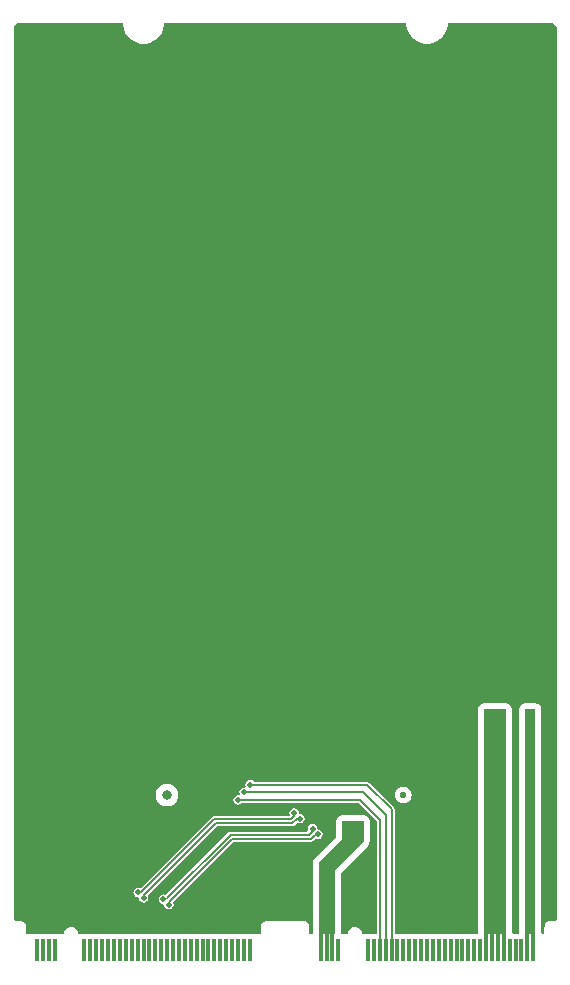
<source format=gbl>
G04*
G04 #@! TF.GenerationSoftware,Altium Limited,Altium Designer,24.5.2 (23)*
G04*
G04 Layer_Physical_Order=2*
G04 Layer_Color=16711680*
%FSLAX44Y44*%
%MOMM*%
G71*
G04*
G04 #@! TF.SameCoordinates,91BA8B22-162D-4FD0-A550-99D68B665C59*
G04*
G04*
G04 #@! TF.FilePolarity,Positive*
G04*
G01*
G75*
%ADD10C,0.2000*%
%ADD22C,0.8000*%
%ADD23C,0.5500*%
%ADD24C,5.5000*%
%ADD25C,0.5000*%
%ADD26R,0.3500X1.9500*%
%ADD27C,0.3500*%
G36*
X455001Y799999D02*
Y799999D01*
X455995Y799999D01*
X457832Y799238D01*
X459239Y797832D01*
X460000Y795995D01*
X460000Y795000D01*
X460000Y41999D01*
Y41601D01*
X459695Y40867D01*
X459133Y40304D01*
X458398Y40000D01*
X454501D01*
X454500Y40000D01*
X453525Y39904D01*
X451722Y39158D01*
X450343Y37779D01*
X449595Y35977D01*
X449499Y35001D01*
Y28999D01*
X448118D01*
X446848Y30269D01*
Y219250D01*
X446460Y221201D01*
X445355Y222855D01*
X443701Y223960D01*
X441750Y224348D01*
X433250D01*
X431299Y223960D01*
X429645Y222855D01*
X428540Y221201D01*
X428152Y219250D01*
Y29000D01*
X428151Y28999D01*
X423118D01*
X421848Y30269D01*
Y219250D01*
X421460Y221201D01*
X420355Y222855D01*
X418701Y223960D01*
X416750Y224348D01*
X398250D01*
X396299Y223960D01*
X394645Y222855D01*
X393540Y221201D01*
X393152Y219250D01*
Y29000D01*
X393151Y28999D01*
X322549Y28999D01*
Y134250D01*
X322355Y135225D01*
X321802Y136052D01*
X300802Y157052D01*
X299975Y157605D01*
X299000Y157799D01*
X203358D01*
X203134Y158134D01*
X201811Y159018D01*
X200250Y159328D01*
X198689Y159018D01*
X197366Y158134D01*
X196482Y156811D01*
X196172Y155250D01*
X196443Y153886D01*
X196007Y153206D01*
X195573Y152764D01*
X195250Y152828D01*
X193689Y152518D01*
X192366Y151634D01*
X191482Y150311D01*
X191172Y148750D01*
X191443Y147386D01*
X191007Y146706D01*
X190573Y146264D01*
X190250Y146328D01*
X188689Y146018D01*
X187366Y145134D01*
X186482Y143811D01*
X186172Y142250D01*
X186482Y140689D01*
X187366Y139366D01*
X188689Y138482D01*
X190250Y138172D01*
X191811Y138482D01*
X193134Y139366D01*
X193358Y139701D01*
X292444D01*
X307451Y124694D01*
Y28999D01*
X294749D01*
X294634Y30170D01*
X293739Y32333D01*
X292084Y33989D01*
X289942Y34877D01*
X289921Y34886D01*
X288750Y35001D01*
X288750Y35001D01*
X287580Y34885D01*
X285417Y33989D01*
X283762Y32334D01*
X282866Y30171D01*
X282751Y29000D01*
Y28999D01*
X276847D01*
Y80387D01*
X300105Y103645D01*
X301210Y105299D01*
X301598Y107250D01*
Y124250D01*
X301210Y126201D01*
X300105Y127855D01*
X298451Y128960D01*
X296500Y129348D01*
X278472D01*
X276521Y128960D01*
X274867Y127855D01*
X273762Y126201D01*
X273374Y124250D01*
Y111334D01*
X254644Y92604D01*
X253539Y90950D01*
X253151Y88999D01*
Y28999D01*
X250500D01*
Y35001D01*
X250500D01*
X250500Y35001D01*
X250500Y35002D01*
X250404Y35977D01*
X250326Y36165D01*
X249657Y37779D01*
X248277Y39158D01*
X246475Y39904D01*
X245499Y40000D01*
X214501Y40000D01*
X214500Y40000D01*
X213525Y39904D01*
X211722Y39158D01*
X210343Y37779D01*
X209596Y35977D01*
X209499Y35001D01*
Y28999D01*
X54749Y28999D01*
X54634Y30170D01*
X53739Y32333D01*
X52084Y33989D01*
X49942Y34877D01*
X49921Y34886D01*
X48750Y35001D01*
X48750Y35001D01*
X47580Y34885D01*
X45417Y33989D01*
X43762Y32334D01*
X42866Y30171D01*
X42751Y29000D01*
Y28999D01*
X10500D01*
Y35001D01*
X10500D01*
X10500Y35001D01*
X10500Y35002D01*
X10404Y35977D01*
X10326Y36165D01*
X9657Y37779D01*
X8277Y39158D01*
X6475Y39904D01*
X5499Y40000D01*
X1601Y40000D01*
X867Y40304D01*
X304Y40867D01*
X0Y41601D01*
Y41999D01*
Y795001D01*
Y795995D01*
X761Y797833D01*
X2167Y799239D01*
X4004Y799999D01*
X4999Y799999D01*
X92500Y800000D01*
X92584Y798285D01*
X93254Y794920D01*
X94566Y791750D01*
X96472Y788898D01*
X98898Y786472D01*
X101750Y784566D01*
X104920Y783254D01*
X108285Y782584D01*
X111715D01*
X115080Y783254D01*
X118249Y784566D01*
X121102Y786472D01*
X123528Y788898D01*
X125434Y791750D01*
X126746Y794920D01*
X127416Y798285D01*
X127500Y800000D01*
X230418Y799999D01*
X332500Y800000D01*
X332584Y798285D01*
X333254Y794920D01*
X334566Y791750D01*
X336472Y788898D01*
X338898Y786472D01*
X341750Y784566D01*
X344920Y783254D01*
X348285Y782584D01*
X351715D01*
X355080Y783254D01*
X358249Y784566D01*
X361102Y786472D01*
X363528Y788898D01*
X365434Y791750D01*
X366746Y794920D01*
X367416Y798285D01*
X367500Y800000D01*
X455001Y799999D01*
D02*
G37*
G36*
X441750Y29000D02*
X433250D01*
Y219250D01*
X441750D01*
Y29000D01*
D02*
G37*
G36*
X416750D02*
X398250D01*
Y219250D01*
X416750D01*
Y29000D01*
D02*
G37*
G36*
X296500Y107250D02*
X271749Y82499D01*
Y28750D01*
X258249D01*
Y88999D01*
X278472Y109222D01*
Y124250D01*
X296500D01*
Y107250D01*
D02*
G37*
%LPC*%
G36*
X330000Y153560D02*
X328173Y153319D01*
X326470Y152614D01*
X325008Y151492D01*
X323886Y150030D01*
X323180Y148327D01*
X322940Y146500D01*
X323180Y144672D01*
X323886Y142969D01*
X325008Y141507D01*
X326470Y140385D01*
X328173Y139680D01*
X330000Y139439D01*
X331827Y139680D01*
X333530Y140385D01*
X334992Y141507D01*
X336115Y142969D01*
X336820Y144672D01*
X337060Y146500D01*
X336820Y148327D01*
X336115Y150030D01*
X334992Y151492D01*
X333530Y152614D01*
X331827Y153319D01*
X330000Y153560D01*
D02*
G37*
G36*
X130000Y156081D02*
X127521Y155755D01*
X125210Y154798D01*
X123225Y153275D01*
X121702Y151291D01*
X120745Y148980D01*
X120419Y146500D01*
X120745Y144020D01*
X121702Y141709D01*
X123225Y139724D01*
X125210Y138201D01*
X127521Y137244D01*
X130000Y136918D01*
X132480Y137244D01*
X134791Y138201D01*
X136776Y139724D01*
X138299Y141709D01*
X139256Y144020D01*
X139582Y146500D01*
X139256Y148980D01*
X138299Y151291D01*
X136776Y153275D01*
X134791Y154798D01*
X132480Y155755D01*
X130000Y156081D01*
D02*
G37*
G36*
X237654Y135175D02*
X236093Y134864D01*
X234770Y133980D01*
X233886Y132657D01*
X233575Y131096D01*
X233848Y129726D01*
X233392Y128974D01*
X233018Y128549D01*
X169621D01*
X168646Y128355D01*
X167819Y127802D01*
X107495Y67478D01*
X107061Y67768D01*
X105500Y68078D01*
X103939Y67768D01*
X102616Y66884D01*
X101732Y65561D01*
X101422Y64000D01*
X101732Y62439D01*
X102616Y61116D01*
X103939Y60232D01*
X105500Y59922D01*
X106018Y59404D01*
X106328Y57843D01*
X107212Y56520D01*
X108535Y55636D01*
X110096Y55325D01*
X111657Y55636D01*
X112980Y56520D01*
X113864Y57843D01*
X114174Y59404D01*
X113864Y60964D01*
X113574Y61398D01*
X155963Y103787D01*
X155963Y103787D01*
X169838Y117662D01*
X172127Y119951D01*
X236129D01*
X237104Y120145D01*
X237931Y120698D01*
X240256Y123022D01*
X240689Y122732D01*
X242250Y122422D01*
X243811Y122732D01*
X245134Y123616D01*
X246018Y124939D01*
X246328Y126500D01*
X246018Y128061D01*
X245134Y129384D01*
X243811Y130268D01*
X242898Y130449D01*
X242065Y130911D01*
X241603Y131745D01*
X241422Y132657D01*
X240538Y133980D01*
X239215Y134864D01*
X237654Y135175D01*
D02*
G37*
G36*
X253154Y121924D02*
X251593Y121614D01*
X250270Y120730D01*
X249386Y119407D01*
X249076Y117846D01*
X249280Y116819D01*
X248564Y115701D01*
X248351Y115549D01*
X183679D01*
X182703Y115355D01*
X181877Y114802D01*
X128898Y61824D01*
X128464Y62114D01*
X126904Y62425D01*
X125343Y62114D01*
X124020Y61230D01*
X123136Y59907D01*
X122825Y58346D01*
X123136Y56785D01*
X124020Y55462D01*
X125343Y54578D01*
X126255Y54397D01*
X127422Y53750D01*
X127732Y52189D01*
X128616Y50866D01*
X129939Y49982D01*
X131500Y49672D01*
X133061Y49982D01*
X134384Y50866D01*
X135268Y52189D01*
X135578Y53750D01*
X135268Y55311D01*
X134978Y55745D01*
X186185Y106951D01*
X251879D01*
X252854Y107145D01*
X253681Y107698D01*
X255755Y109772D01*
X256189Y109482D01*
X257750Y109172D01*
X259311Y109482D01*
X260634Y110366D01*
X261518Y111689D01*
X261828Y113250D01*
X261518Y114811D01*
X260634Y116134D01*
X259311Y117018D01*
X258398Y117199D01*
X257565Y117661D01*
X257103Y118495D01*
X256922Y119407D01*
X256038Y120730D01*
X254715Y121614D01*
X253154Y121924D01*
D02*
G37*
%LPD*%
D10*
X296000Y148750D02*
X314999Y129751D01*
Y15250D02*
Y129751D01*
X195250Y148750D02*
X296000D01*
X299000Y155250D02*
X320000Y134250D01*
X200250Y155250D02*
X299000D01*
X320000Y15250D02*
Y134250D01*
X310000Y15250D02*
Y125750D01*
X190250Y142250D02*
X293500D01*
X310000Y125750D01*
X260000Y30750D02*
X260000Y30750D01*
X132074Y56445D02*
X185129Y109500D01*
X129599Y58920D02*
X183679Y113000D01*
X154160Y105590D02*
X168036Y119465D01*
X169621Y126000D02*
X234679D01*
X168036Y119465D02*
X171071Y122500D01*
X108195Y64574D02*
X169621Y126000D01*
X171071Y122500D02*
X236129D01*
X183679Y113000D02*
X250429D01*
X185129Y109500D02*
X251879D01*
X110670Y62099D02*
X154160Y105590D01*
X236129Y122500D02*
X239555Y125926D01*
X241676D02*
X242250Y126500D01*
X234679Y126000D02*
X237080Y128401D01*
Y130522D01*
X239555Y125926D02*
X241676D01*
X237080Y130522D02*
X237654Y131096D01*
X252580Y117272D02*
X253154Y117846D01*
X250429Y113000D02*
X252580Y115151D01*
X251879Y109500D02*
X255055Y112676D01*
X257176D02*
X257750Y113250D01*
X252580Y115151D02*
Y117272D01*
X255055Y112676D02*
X257176D01*
X105500Y64000D02*
X106074Y64574D01*
X108195D01*
X110670Y59978D02*
Y62099D01*
X110096Y59404D02*
X110670Y59978D01*
D22*
X130000Y146500D02*
D03*
D23*
X330000D02*
D03*
D24*
X230000Y548500D02*
D03*
Y728500D02*
D03*
Y428500D02*
D03*
D25*
X425000Y130000D02*
D03*
Y90000D02*
D03*
Y32500D02*
D03*
X389500D02*
D03*
X281250Y39250D02*
D03*
X173500Y75750D02*
D03*
X189500Y56000D02*
D03*
X159750D02*
D03*
X328500Y56250D02*
D03*
X437500Y194500D02*
D03*
Y184500D02*
D03*
Y204500D02*
D03*
Y214500D02*
D03*
X412500D02*
D03*
X402500D02*
D03*
X412500Y204500D02*
D03*
X402500D02*
D03*
Y184500D02*
D03*
X412500D02*
D03*
X402500Y194500D02*
D03*
X412500D02*
D03*
X292500Y120750D02*
D03*
X282500D02*
D03*
X292500Y110750D02*
D03*
X282500D02*
D03*
X287500Y82000D02*
D03*
X190250Y142250D02*
D03*
X200250Y155250D02*
D03*
X195250Y148750D02*
D03*
X210000Y510000D02*
D03*
X250000D02*
D03*
X170000Y430000D02*
D03*
X130000D02*
D03*
X90000Y430000D02*
D03*
X50000D02*
D03*
X170000Y470000D02*
D03*
X130000D02*
D03*
X90000Y470000D02*
D03*
X50000D02*
D03*
X170000Y510000D02*
D03*
X130000D02*
D03*
X90000Y510000D02*
D03*
X50000D02*
D03*
X250000Y390000D02*
D03*
X210000D02*
D03*
X141750Y121250D02*
D03*
X302500Y82000D02*
D03*
X227500D02*
D03*
X242500D02*
D03*
X197500Y80000D02*
D03*
X212500D02*
D03*
X370000Y70000D02*
D03*
Y110000D02*
D03*
Y150000D02*
D03*
X90000Y110000D02*
D03*
X210000Y230000D02*
D03*
X229404Y133346D02*
D03*
X124654Y66596D02*
D03*
X139750Y51500D02*
D03*
X112346Y51154D02*
D03*
X97250Y66250D02*
D03*
X266000Y111000D02*
D03*
X250904Y126096D02*
D03*
X244500Y118250D02*
D03*
X253154Y117846D02*
D03*
X242250Y126500D02*
D03*
X237654Y131096D02*
D03*
X257750Y113250D02*
D03*
X131500Y53750D02*
D03*
X126904Y58346D02*
D03*
X105500Y64000D02*
D03*
X110096Y59404D02*
D03*
X302500Y32500D02*
D03*
X332501D02*
D03*
X250000Y790000D02*
D03*
X210000D02*
D03*
X170000D02*
D03*
X290000D02*
D03*
X410000D02*
D03*
X450000D02*
D03*
X10000Y790000D02*
D03*
X50000D02*
D03*
Y750000D02*
D03*
X90000D02*
D03*
X10000D02*
D03*
X50000Y710000D02*
D03*
X90000D02*
D03*
X10000D02*
D03*
X50000Y670000D02*
D03*
X90000D02*
D03*
X10000D02*
D03*
X50000Y630000D02*
D03*
X90000D02*
D03*
X10000D02*
D03*
X50000Y590000D02*
D03*
X90000D02*
D03*
X10000D02*
D03*
X50000Y550000D02*
D03*
X90000D02*
D03*
X10000D02*
D03*
Y510000D02*
D03*
Y470000D02*
D03*
Y430000D02*
D03*
X50000Y390000D02*
D03*
X90000D02*
D03*
X10000D02*
D03*
X50000Y350000D02*
D03*
X90000D02*
D03*
X10000D02*
D03*
X50000Y310000D02*
D03*
X90000D02*
D03*
X10000D02*
D03*
X50000Y270000D02*
D03*
X90000D02*
D03*
X10000D02*
D03*
X50000Y230000D02*
D03*
X90000D02*
D03*
X10000D02*
D03*
X370000Y470000D02*
D03*
X330000D02*
D03*
X290000D02*
D03*
X410000Y390000D02*
D03*
X370000D02*
D03*
X330000D02*
D03*
X290000D02*
D03*
X410000Y470000D02*
D03*
Y510000D02*
D03*
X450000D02*
D03*
Y470000D02*
D03*
X410000Y550000D02*
D03*
Y590000D02*
D03*
X450000D02*
D03*
Y550000D02*
D03*
X410000Y630000D02*
D03*
Y670000D02*
D03*
X450000D02*
D03*
Y630000D02*
D03*
Y710000D02*
D03*
Y750000D02*
D03*
X410000D02*
D03*
Y710000D02*
D03*
X370000D02*
D03*
X330000Y750000D02*
D03*
X290000D02*
D03*
Y710000D02*
D03*
Y430000D02*
D03*
X330000D02*
D03*
X370000D02*
D03*
X410000D02*
D03*
X210000Y470000D02*
D03*
X250000D02*
D03*
X250000Y630000D02*
D03*
Y590000D02*
D03*
Y670000D02*
D03*
X210000Y630000D02*
D03*
Y590000D02*
D03*
Y670000D02*
D03*
X130000Y670000D02*
D03*
X170000D02*
D03*
X130000Y710000D02*
D03*
X170000D02*
D03*
X130000Y750000D02*
D03*
X170000D02*
D03*
X130000Y550000D02*
D03*
X170000D02*
D03*
X130000Y590000D02*
D03*
X170000D02*
D03*
X130000Y630000D02*
D03*
X170000D02*
D03*
X130000Y390000D02*
D03*
X170000D02*
D03*
X250000Y350000D02*
D03*
X210000D02*
D03*
X170000D02*
D03*
X130000D02*
D03*
X250000Y310000D02*
D03*
X210000D02*
D03*
X170000D02*
D03*
X130000D02*
D03*
X250000Y270000D02*
D03*
X210000D02*
D03*
X170000D02*
D03*
X130000D02*
D03*
Y230000D02*
D03*
X170000D02*
D03*
X250000D02*
D03*
X377500Y32500D02*
D03*
X362500D02*
D03*
X347500D02*
D03*
X22500D02*
D03*
X62500D02*
D03*
X197250D02*
D03*
X182500D02*
D03*
X167500D02*
D03*
X152500D02*
D03*
X137500D02*
D03*
X122500D02*
D03*
X50000Y70000D02*
D03*
X10000D02*
D03*
X450000D02*
D03*
X50000Y110000D02*
D03*
X10000D02*
D03*
X450000D02*
D03*
X50000Y150000D02*
D03*
X90000D02*
D03*
X10000D02*
D03*
X450000D02*
D03*
Y190000D02*
D03*
X10000D02*
D03*
X90000D02*
D03*
X50000D02*
D03*
X350000Y775250D02*
D03*
X367501Y782499D02*
D03*
X332499Y782499D02*
D03*
X110000Y775250D02*
D03*
X127501Y782499D02*
D03*
X92499Y782499D02*
D03*
D26*
X440000Y15250D02*
D03*
X435001D02*
D03*
X430000D02*
D03*
X425001D02*
D03*
X420000D02*
D03*
X415001D02*
D03*
X410000D02*
D03*
X405001D02*
D03*
X400000D02*
D03*
X395001D02*
D03*
X390000D02*
D03*
X385001D02*
D03*
X380000D02*
D03*
X375001D02*
D03*
X370000D02*
D03*
X365001D02*
D03*
X360000D02*
D03*
X355001D02*
D03*
X350000D02*
D03*
X344999D02*
D03*
X340000D02*
D03*
X334999D02*
D03*
X330000D02*
D03*
X324999D02*
D03*
X320000D02*
D03*
X314999D02*
D03*
X310000D02*
D03*
X304999D02*
D03*
X300000D02*
D03*
X274999D02*
D03*
X270000D02*
D03*
X264999D02*
D03*
X260000D02*
D03*
X200000D02*
D03*
X195001D02*
D03*
X190000D02*
D03*
X185001D02*
D03*
X180000D02*
D03*
X175001D02*
D03*
X170000D02*
D03*
X165001D02*
D03*
X160000D02*
D03*
X155001D02*
D03*
X150000D02*
D03*
X145001D02*
D03*
X140000D02*
D03*
X135001D02*
D03*
X130000D02*
D03*
X125001D02*
D03*
X120000D02*
D03*
X115001D02*
D03*
X110000D02*
D03*
X104999D02*
D03*
X100000D02*
D03*
X94999D02*
D03*
X90000D02*
D03*
X84999D02*
D03*
X80000D02*
D03*
X74999D02*
D03*
X70000D02*
D03*
X64999D02*
D03*
X60000D02*
D03*
X34999D02*
D03*
X30000D02*
D03*
X24999D02*
D03*
X20000D02*
D03*
D27*
X440000D02*
Y30750D01*
X435001Y15250D02*
Y30750D01*
X415001Y15250D02*
Y30750D01*
X410000Y15250D02*
Y30750D01*
X405001Y15250D02*
Y30750D01*
X400000Y15250D02*
Y30750D01*
X270000Y15250D02*
Y30750D01*
X264999Y15250D02*
Y30750D01*
X260000Y15250D02*
Y30750D01*
M02*

</source>
